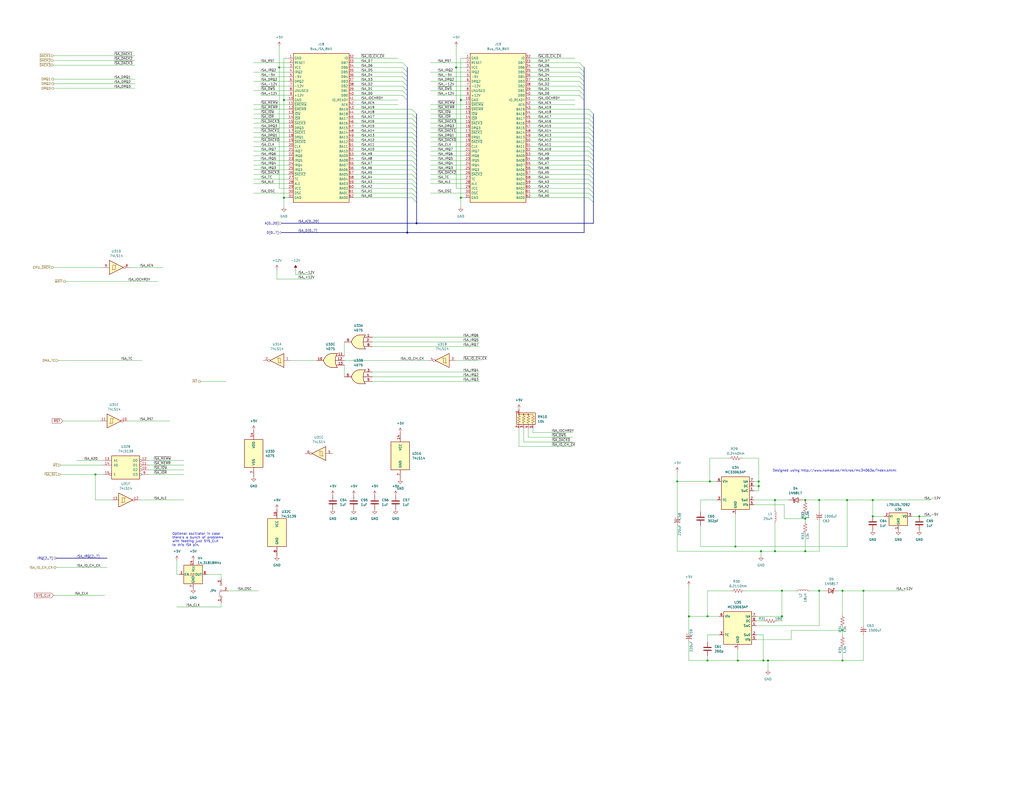
<source format=kicad_sch>
(kicad_sch (version 20230121) (generator eeschema)
  (paper "C")
  (title_block (title "Anachron ISA bus interface"))
  (junction (at 459.74 344.17))
  (junction (at 386.08 336.55))
  (junction (at 401.32 298.45))
  (junction (at 416.56 360.68))
  (junction (at 154.94 54.61))
  (junction (at 447.04 273.05))
  (junction (at 422.91 300.99))
  (junction (at 414.02 262.89))
  (junction (at 439.42 283.21))
  (junction (at 386.08 360.68))
  (junction (at 52.07 259.08))
  (junction (at 459.74 322.58))
  (junction (at 248.92 36.83))
  (junction (at 222.25 127))
  (junction (at 459.74 360.68))
  (junction (at 426.72 336.55))
  (junction (at 227.33 121.92))
  (junction (at 426.72 322.58))
  (junction (at 251.46 54.61))
  (junction (at 501.65 281.94))
  (junction (at 414.02 265.43))
  (junction (at 476.25 281.94))
  (junction (at 447.04 322.58))
  (junction (at 439.42 273.05))
  (junction (at 251.46 107.95))
  (junction (at 402.59 360.68))
  (junction (at 419.1 360.68))
  (junction (at 152.4 36.83))
  (junction (at 415.29 300.99))
  (junction (at 471.17 322.58))
  (junction (at 462.28 273.05))
  (junction (at 476.25 273.05))
  (junction (at 375.92 336.55))
  (junction (at 387.35 262.89))
  (junction (at 422.91 273.05))
  (junction (at 154.94 107.95))
  (junction (at 369.57 262.89))
  (junction (at 439.42 300.99))
  (bus_entry (at 227.33 90.17) (size -2.54 -2.54))
  (bus_entry (at 323.85 110.49) (size -2.54 -2.54))
  (bus_entry (at 318.77 49.53) (size -2.54 -2.54))
  (bus_entry (at 323.85 97.79) (size -2.54 -2.54))
  (bus_entry (at 318.77 44.45) (size -2.54 -2.54))
  (bus_entry (at 227.33 67.31) (size -2.54 -2.54))
  (bus_entry (at 227.33 92.71) (size -2.54 -2.54))
  (bus_entry (at 222.25 52.07) (size -2.54 -2.54))
  (bus_entry (at 323.85 77.47) (size -2.54 -2.54))
  (bus_entry (at 323.85 74.93) (size -2.54 -2.54))
  (bus_entry (at 222.25 44.45) (size -2.54 -2.54))
  (bus_entry (at 227.33 105.41) (size -2.54 -2.54))
  (bus_entry (at 227.33 74.93) (size -2.54 -2.54))
  (bus_entry (at 222.25 36.83) (size -2.54 -2.54))
  (bus_entry (at 227.33 80.01) (size -2.54 -2.54))
  (bus_entry (at 318.77 39.37) (size -2.54 -2.54))
  (bus_entry (at 227.33 85.09) (size -2.54 -2.54))
  (bus_entry (at 222.25 46.99) (size -2.54 -2.54))
  (bus_entry (at 227.33 107.95) (size -2.54 -2.54))
  (bus_entry (at 227.33 77.47) (size -2.54 -2.54))
  (bus_entry (at 318.77 36.83) (size -2.54 -2.54))
  (bus_entry (at 323.85 69.85) (size -2.54 -2.54))
  (bus_entry (at 227.33 87.63) (size -2.54 -2.54))
  (bus_entry (at 227.33 62.23) (size -2.54 -2.54))
  (bus_entry (at 318.77 52.07) (size -2.54 -2.54))
  (bus_entry (at 318.77 41.91) (size -2.54 -2.54))
  (bus_entry (at 227.33 72.39) (size -2.54 -2.54))
  (bus_entry (at 222.25 41.91) (size -2.54 -2.54))
  (bus_entry (at 323.85 62.23) (size -2.54 -2.54))
  (bus_entry (at 323.85 72.39) (size -2.54 -2.54))
  (bus_entry (at 227.33 100.33) (size -2.54 -2.54))
  (bus_entry (at 222.25 39.37) (size -2.54 -2.54))
  (bus_entry (at 323.85 102.87) (size -2.54 -2.54))
  (bus_entry (at 318.77 46.99) (size -2.54 -2.54))
  (bus_entry (at 323.85 64.77) (size -2.54 -2.54))
  (bus_entry (at 323.85 82.55) (size -2.54 -2.54))
  (bus_entry (at 323.85 107.95) (size -2.54 -2.54))
  (bus_entry (at 222.25 49.53) (size -2.54 -2.54))
  (bus_entry (at 227.33 95.25) (size -2.54 -2.54))
  (bus_entry (at 227.33 82.55) (size -2.54 -2.54))
  (bus_entry (at 323.85 92.71) (size -2.54 -2.54))
  (bus_entry (at 323.85 105.41) (size -2.54 -2.54))
  (bus_entry (at 323.85 80.01) (size -2.54 -2.54))
  (bus_entry (at 323.85 95.25) (size -2.54 -2.54))
  (bus_entry (at 318.77 54.61) (size -2.54 -2.54))
  (bus_entry (at 227.33 69.85) (size -2.54 -2.54))
  (bus_entry (at 227.33 64.77) (size -2.54 -2.54))
  (bus_entry (at 323.85 87.63) (size -2.54 -2.54))
  (bus_entry (at 323.85 90.17) (size -2.54 -2.54))
  (bus_entry (at 227.33 102.87) (size -2.54 -2.54))
  (bus_entry (at 323.85 67.31) (size -2.54 -2.54))
  (bus_entry (at 323.85 85.09) (size -2.54 -2.54))
  (bus_entry (at 323.85 100.33) (size -2.54 -2.54))
  (bus_entry (at 222.25 54.61) (size -2.54 -2.54))
  (bus_entry (at 227.33 97.79) (size -2.54 -2.54))
  (bus_entry (at 227.33 110.49) (size -2.54 -2.54))
  (wire (pts (xy 422.91 300.99) (xy 439.42 300.99)))
  (bus (pts (xy 318.77 127) (xy 222.25 127)))
  (bus (pts (xy 323.85 85.09) (xy 323.85 87.63)))
  (wire (pts (xy 69.85 229.87) (xy 92.71 229.87)))
  (wire (pts (xy 248.92 196.85) (xy 261.62 196.85)))
  (wire (pts (xy 154.94 107.95) (xy 154.94 113.03)))
  (bus (pts (xy 323.85 69.85) (xy 323.85 72.39)))
  (bus (pts (xy 227.33 64.77) (xy 227.33 67.31)))
  (wire (pts (xy 387.35 262.89) (xy 369.57 262.89)))
  (bus (pts (xy 318.77 41.91) (xy 318.77 44.45)))
  (bus (pts (xy 323.85 121.92) (xy 227.33 121.92)))
  (wire (pts (xy 31.75 196.85) (xy 77.47 196.85)))
  (wire (pts (xy 289.56 82.55) (xy 321.31 82.55)))
  (bus (pts (xy 222.25 46.99) (xy 222.25 49.53)))
  (wire (pts (xy 138.43 57.15) (xy 157.48 57.15)))
  (wire (pts (xy 193.04 80.01) (xy 224.79 80.01)))
  (wire (pts (xy 142.24 46.99) (xy 157.48 46.99)))
  (wire (pts (xy 406.4 322.58) (xy 426.72 322.58)))
  (wire (pts (xy 382.27 287.02) (xy 382.27 298.45)))
  (wire (pts (xy 471.17 341.63) (xy 471.17 322.58)))
  (bus (pts (xy 227.33 90.17) (xy 227.33 92.71)))
  (wire (pts (xy 41.91 251.46) (xy 55.88 251.46)))
  (wire (pts (xy 234.95 100.33) (xy 254 100.33)))
  (wire (pts (xy 412.75 346.71) (xy 416.56 346.71)))
  (bus (pts (xy 222.25 49.53) (xy 222.25 52.07)))
  (wire (pts (xy 234.95 67.31) (xy 254 67.31)))
  (wire (pts (xy 203.2 189.23) (xy 261.62 189.23)))
  (wire (pts (xy 81.28 254) (xy 100.33 254)))
  (wire (pts (xy 476.25 273.05) (xy 508 273.05)))
  (wire (pts (xy 482.6 281.94) (xy 476.25 281.94)))
  (wire (pts (xy 386.08 322.58) (xy 398.78 322.58)))
  (wire (pts (xy 462.28 273.05) (xy 476.25 273.05)))
  (bus (pts (xy 227.33 102.87) (xy 227.33 105.41)))
  (bus (pts (xy 227.33 80.01) (xy 227.33 82.55)))
  (wire (pts (xy 35.56 153.67) (xy 86.36 153.67)))
  (wire (pts (xy 29.21 33.02) (xy 73.66 33.02)))
  (bus (pts (xy 318.77 44.45) (xy 318.77 46.99)))
  (wire (pts (xy 289.56 67.31) (xy 321.31 67.31)))
  (wire (pts (xy 154.94 31.75) (xy 154.94 54.61)))
  (wire (pts (xy 459.74 354.33) (xy 459.74 360.68)))
  (wire (pts (xy 193.04 100.33) (xy 224.79 100.33)))
  (bus (pts (xy 153.67 121.92) (xy 227.33 121.92)))
  (wire (pts (xy 193.04 54.61) (xy 217.17 54.61)))
  (wire (pts (xy 289.56 87.63) (xy 321.31 87.63)))
  (wire (pts (xy 369.57 262.89) (xy 369.57 281.94)))
  (wire (pts (xy 154.94 54.61) (xy 157.48 54.61)))
  (bus (pts (xy 323.85 87.63) (xy 323.85 90.17)))
  (wire (pts (xy 427.99 283.21) (xy 427.99 275.59)))
  (wire (pts (xy 203.2 184.15) (xy 261.62 184.15)))
  (wire (pts (xy 193.04 105.41) (xy 224.79 105.41)))
  (wire (pts (xy 52.07 259.08) (xy 55.88 259.08)))
  (wire (pts (xy 289.56 49.53) (xy 316.23 49.53)))
  (wire (pts (xy 289.56 77.47) (xy 321.31 77.47)))
  (wire (pts (xy 431.8 344.17) (xy 459.74 344.17)))
  (wire (pts (xy 151.13 147.32) (xy 151.13 152.4)))
  (wire (pts (xy 193.04 77.47) (xy 224.79 77.47)))
  (wire (pts (xy 124.46 322.58) (xy 140.97 322.58)))
  (wire (pts (xy 138.43 72.39) (xy 157.48 72.39)))
  (wire (pts (xy 81.28 256.54) (xy 100.33 256.54)))
  (bus (pts (xy 153.67 127) (xy 222.25 127)))
  (wire (pts (xy 138.43 80.01) (xy 157.48 80.01)))
  (wire (pts (xy 386.08 336.55) (xy 386.08 322.58)))
  (wire (pts (xy 369.57 287.02) (xy 369.57 300.99)))
  (bus (pts (xy 323.85 67.31) (xy 323.85 69.85)))
  (wire (pts (xy 415.29 300.99) (xy 415.29 303.53)))
  (wire (pts (xy 412.75 349.25) (xy 431.8 349.25)))
  (wire (pts (xy 251.46 54.61) (xy 251.46 107.95)))
  (wire (pts (xy 427.99 275.59) (xy 411.48 275.59)))
  (wire (pts (xy 411.48 262.89) (xy 414.02 262.89)))
  (wire (pts (xy 234.95 72.39) (xy 254 72.39)))
  (bus (pts (xy 323.85 105.41) (xy 323.85 107.95)))
  (wire (pts (xy 289.56 41.91) (xy 316.23 41.91)))
  (wire (pts (xy 386.08 350.52) (xy 386.08 346.71)))
  (wire (pts (xy 76.2 273.05) (xy 100.33 273.05)))
  (wire (pts (xy 387.35 250.19) (xy 387.35 262.89)))
  (wire (pts (xy 386.08 336.55) (xy 392.43 336.55)))
  (wire (pts (xy 234.95 90.17) (xy 254 90.17)))
  (wire (pts (xy 422.91 273.05) (xy 422.91 278.13)))
  (wire (pts (xy 29.21 35.56) (xy 73.66 35.56)))
  (wire (pts (xy 138.43 92.71) (xy 157.48 92.71)))
  (wire (pts (xy 157.48 36.83) (xy 152.4 36.83)))
  (wire (pts (xy 193.04 87.63) (xy 224.79 87.63)))
  (wire (pts (xy 234.95 82.55) (xy 254 82.55)))
  (wire (pts (xy 193.04 90.17) (xy 224.79 90.17)))
  (wire (pts (xy 405.13 250.19) (xy 414.02 250.19)))
  (wire (pts (xy 138.43 97.79) (xy 157.48 97.79)))
  (wire (pts (xy 142.24 52.07) (xy 157.48 52.07)))
  (wire (pts (xy 161.29 149.86) (xy 170.18 149.86)))
  (wire (pts (xy 52.07 273.05) (xy 52.07 259.08)))
  (wire (pts (xy 391.16 273.05) (xy 382.27 273.05)))
  (wire (pts (xy 234.95 97.79) (xy 254 97.79)))
  (wire (pts (xy 193.04 74.93) (xy 224.79 74.93)))
  (wire (pts (xy 459.74 322.58) (xy 471.17 322.58)))
  (bus (pts (xy 227.33 97.79) (xy 227.33 100.33)))
  (wire (pts (xy 289.56 64.77) (xy 321.31 64.77)))
  (wire (pts (xy 414.02 250.19) (xy 414.02 262.89)))
  (bus (pts (xy 222.25 39.37) (xy 222.25 41.91)))
  (wire (pts (xy 375.92 320.04) (xy 375.92 336.55)))
  (wire (pts (xy 138.43 105.41) (xy 157.48 105.41)))
  (wire (pts (xy 234.95 64.77) (xy 254 64.77)))
  (wire (pts (xy 193.04 82.55) (xy 224.79 82.55)))
  (wire (pts (xy 193.04 95.25) (xy 224.79 95.25)))
  (bus (pts (xy 222.25 44.45) (xy 222.25 46.99)))
  (wire (pts (xy 234.95 74.93) (xy 254 74.93)))
  (bus (pts (xy 222.25 52.07) (xy 222.25 54.61)))
  (wire (pts (xy 138.43 85.09) (xy 157.48 85.09)))
  (wire (pts (xy 34.29 229.87) (xy 54.61 229.87)))
  (bus (pts (xy 227.33 105.41) (xy 227.33 107.95)))
  (wire (pts (xy 187.96 205.74) (xy 187.96 199.39)))
  (wire (pts (xy 283.21 233.68) (xy 283.21 243.84)))
  (wire (pts (xy 447.04 273.05) (xy 439.42 273.05)))
  (wire (pts (xy 422.91 273.05) (xy 430.53 273.05)))
  (wire (pts (xy 401.32 298.45) (xy 462.28 298.45)))
  (wire (pts (xy 439.42 283.21) (xy 439.42 284.48)))
  (wire (pts (xy 289.56 85.09) (xy 321.31 85.09)))
  (bus (pts (xy 227.33 72.39) (xy 227.33 74.93)))
  (wire (pts (xy 414.02 265.43) (xy 411.48 265.43)))
  (bus (pts (xy 323.85 64.77) (xy 323.85 67.31)))
  (bus (pts (xy 30.48 304.8) (xy 58.42 304.8)))
  (bus (pts (xy 318.77 36.83) (xy 318.77 39.37)))
  (bus (pts (xy 323.85 97.79) (xy 323.85 100.33)))
  (wire (pts (xy 248.92 102.87) (xy 248.92 36.83)))
  (wire (pts (xy 138.43 90.17) (xy 157.48 90.17)))
  (wire (pts (xy 161.29 147.32) (xy 161.29 149.86)))
  (wire (pts (xy 113.03 313.69) (xy 120.65 313.69)))
  (wire (pts (xy 375.92 336.55) (xy 375.92 345.44)))
  (wire (pts (xy 120.65 328.93) (xy 120.65 331.47)))
  (wire (pts (xy 193.04 92.71) (xy 224.79 92.71)))
  (wire (pts (xy 224.79 107.95) (xy 193.04 107.95)))
  (wire (pts (xy 152.4 25.4) (xy 152.4 36.83)))
  (wire (pts (xy 289.56 97.79) (xy 321.31 97.79)))
  (wire (pts (xy 447.04 279.4) (xy 447.04 273.05)))
  (wire (pts (xy 33.02 254) (xy 55.88 254)))
  (wire (pts (xy 439.42 300.99) (xy 447.04 300.99)))
  (wire (pts (xy 254 36.83) (xy 248.92 36.83)))
  (wire (pts (xy 254 31.75) (xy 251.46 31.75)))
  (wire (pts (xy 193.04 46.99) (xy 219.71 46.99)))
  (bus (pts (xy 323.85 77.47) (xy 323.85 80.01)))
  (wire (pts (xy 439.42 273.05) (xy 438.15 273.05)))
  (wire (pts (xy 289.56 59.69) (xy 321.31 59.69)))
  (wire (pts (xy 193.04 67.31) (xy 224.79 67.31)))
  (bus (pts (xy 323.85 82.55) (xy 323.85 85.09)))
  (wire (pts (xy 382.27 298.45) (xy 401.32 298.45)))
  (wire (pts (xy 431.8 349.25) (xy 431.8 344.17)))
  (wire (pts (xy 81.28 251.46) (xy 100.33 251.46)))
  (wire (pts (xy 471.17 322.58) (xy 494.03 322.58)))
  (wire (pts (xy 187.96 186.69) (xy 187.96 194.31)))
  (wire (pts (xy 471.17 346.71) (xy 471.17 360.68)))
  (wire (pts (xy 459.74 342.9) (xy 459.74 344.17)))
  (bus (pts (xy 318.77 39.37) (xy 318.77 41.91)))
  (wire (pts (xy 289.56 100.33) (xy 321.31 100.33)))
  (bus (pts (xy 227.33 110.49) (xy 227.33 107.95)))
  (wire (pts (xy 369.57 257.81) (xy 369.57 262.89)))
  (wire (pts (xy 157.48 102.87) (xy 152.4 102.87)))
  (wire (pts (xy 415.29 300.99) (xy 422.91 300.99)))
  (wire (pts (xy 375.92 350.52) (xy 375.92 360.68)))
  (wire (pts (xy 414.02 267.97) (xy 414.02 265.43)))
  (wire (pts (xy 193.04 59.69) (xy 224.79 59.69)))
  (wire (pts (xy 439.42 292.1) (xy 439.42 300.99)))
  (wire (pts (xy 412.75 336.55) (xy 426.72 336.55)))
  (wire (pts (xy 387.35 262.89) (xy 391.16 262.89)))
  (wire (pts (xy 251.46 54.61) (xy 254 54.61)))
  (bus (pts (xy 318.77 52.07) (xy 318.77 54.61)))
  (wire (pts (xy 96.52 331.47) (xy 120.65 331.47)))
  (bus (pts (xy 323.85 90.17) (xy 323.85 92.71)))
  (wire (pts (xy 138.43 64.77) (xy 157.48 64.77)))
  (wire (pts (xy 459.74 322.58) (xy 459.74 335.28)))
  (wire (pts (xy 203.2 205.74) (xy 261.62 205.74)))
  (bus (pts (xy 222.25 36.83) (xy 222.25 39.37)))
  (bus (pts (xy 227.33 110.49) (xy 227.33 121.92)))
  (wire (pts (xy 138.43 34.29) (xy 157.48 34.29)))
  (wire (pts (xy 414.02 262.89) (xy 414.02 265.43)))
  (wire (pts (xy 142.24 41.91) (xy 157.48 41.91)))
  (wire (pts (xy 29.21 325.12) (xy 57.15 325.12)))
  (bus (pts (xy 323.85 80.01) (xy 323.85 82.55)))
  (wire (pts (xy 288.29 238.76) (xy 312.42 238.76)))
  (wire (pts (xy 234.95 34.29) (xy 254 34.29)))
  (wire (pts (xy 203.2 186.69) (xy 261.62 186.69)))
  (wire (pts (xy 29.21 43.18) (xy 73.66 43.18)))
  (wire (pts (xy 29.21 30.48) (xy 73.66 30.48)))
  (wire (pts (xy 120.65 316.23) (xy 120.65 313.69)))
  (wire (pts (xy 154.94 54.61) (xy 154.94 107.95)))
  (wire (pts (xy 138.43 77.47) (xy 157.48 77.47)))
  (wire (pts (xy 234.95 95.25) (xy 254 95.25)))
  (wire (pts (xy 234.95 80.01) (xy 254 80.01)))
  (wire (pts (xy 154.94 107.95) (xy 157.48 107.95)))
  (wire (pts (xy 203.2 208.28) (xy 261.62 208.28)))
  (wire (pts (xy 416.56 360.68) (xy 419.1 360.68)))
  (wire (pts (xy 158.75 196.85) (xy 172.72 196.85)))
  (wire (pts (xy 193.04 57.15) (xy 217.17 57.15)))
  (wire (pts (xy 193.04 31.75) (xy 217.17 31.75)))
  (wire (pts (xy 386.08 346.71) (xy 392.43 346.71)))
  (wire (pts (xy 289.56 44.45) (xy 316.23 44.45)))
  (bus (pts (xy 323.85 102.87) (xy 323.85 105.41)))
  (wire (pts (xy 193.04 97.79) (xy 224.79 97.79)))
  (wire (pts (xy 289.56 36.83) (xy 316.23 36.83)))
  (wire (pts (xy 290.83 236.22) (xy 312.42 236.22)))
  (wire (pts (xy 426.72 339.09) (xy 424.18 339.09)))
  (wire (pts (xy 234.95 69.85) (xy 254 69.85)))
  (wire (pts (xy 60.96 273.05) (xy 52.07 273.05)))
  (wire (pts (xy 251.46 107.95) (xy 251.46 113.03)))
  (wire (pts (xy 151.13 152.4) (xy 170.18 152.4)))
  (wire (pts (xy 422.91 285.75) (xy 422.91 300.99)))
  (bus (pts (xy 323.85 62.23) (xy 323.85 64.77)))
  (bus (pts (xy 318.77 46.99) (xy 318.77 49.53)))
  (wire (pts (xy 96.52 306.07) (xy 96.52 313.69)))
  (bus (pts (xy 227.33 85.09) (xy 227.33 87.63)))
  (wire (pts (xy 411.48 273.05) (xy 422.91 273.05)))
  (wire (pts (xy 439.42 280.67) (xy 439.42 283.21)))
  (wire (pts (xy 289.56 46.99) (xy 316.23 46.99)))
  (wire (pts (xy 382.27 273.05) (xy 382.27 279.4)))
  (bus (pts (xy 323.85 72.39) (xy 323.85 74.93)))
  (wire (pts (xy 193.04 41.91) (xy 219.71 41.91)))
  (wire (pts (xy 138.43 49.53) (xy 157.48 49.53)))
  (wire (pts (xy 288.29 233.68) (xy 288.29 238.76)))
  (bus (pts (xy 227.33 74.93) (xy 227.33 77.47)))
  (wire (pts (xy 30.48 309.88) (xy 58.42 309.88)))
  (wire (pts (xy 138.43 95.25) (xy 157.48 95.25)))
  (wire (pts (xy 459.74 322.58) (xy 457.2 322.58)))
  (bus (pts (xy 323.85 110.49) (xy 323.85 121.92)))
  (bus (pts (xy 227.33 87.63) (xy 227.33 90.17)))
  (wire (pts (xy 234.95 92.71) (xy 254 92.71)))
  (wire (pts (xy 193.04 34.29) (xy 219.71 34.29)))
  (wire (pts (xy 501.65 281.94) (xy 508 281.94)))
  (bus (pts (xy 318.77 54.61) (xy 318.77 127)))
  (wire (pts (xy 29.21 48.26) (xy 73.66 48.26)))
  (bus (pts (xy 227.33 92.71) (xy 227.33 95.25)))
  (wire (pts (xy 254 102.87) (xy 248.92 102.87)))
  (wire (pts (xy 426.72 336.55) (xy 426.72 339.09)))
  (wire (pts (xy 193.04 64.77) (xy 224.79 64.77)))
  (wire (pts (xy 234.95 57.15) (xy 254 57.15)))
  (wire (pts (xy 289.56 62.23) (xy 321.31 62.23)))
  (wire (pts (xy 285.75 241.3) (xy 312.42 241.3)))
  (wire (pts (xy 152.4 102.87) (xy 152.4 36.83)))
  (wire (pts (xy 234.95 44.45) (xy 254 44.45)))
  (wire (pts (xy 289.56 52.07) (xy 316.23 52.07)))
  (wire (pts (xy 397.51 250.19) (xy 387.35 250.19)))
  (wire (pts (xy 375.92 336.55) (xy 386.08 336.55)))
  (wire (pts (xy 289.56 92.71) (xy 321.31 92.71)))
  (wire (pts (xy 289.56 34.29) (xy 316.23 34.29)))
  (bus (pts (xy 227.33 67.31) (xy 227.33 69.85)))
  (wire (pts (xy 138.43 87.63) (xy 157.48 87.63)))
  (wire (pts (xy 375.92 360.68) (xy 386.08 360.68)))
  (wire (pts (xy 289.56 31.75) (xy 313.69 31.75)))
  (wire (pts (xy 289.56 57.15) (xy 313.69 57.15)))
  (wire (pts (xy 234.95 49.53) (xy 254 49.53)))
  (wire (pts (xy 416.56 346.71) (xy 416.56 360.68)))
  (wire (pts (xy 476.25 273.05) (xy 476.25 281.94)))
  (wire (pts (xy 138.43 44.45) (xy 157.48 44.45)))
  (wire (pts (xy 71.12 146.05) (xy 88.9 146.05)))
  (wire (pts (xy 411.48 267.97) (xy 414.02 267.97)))
  (bus (pts (xy 318.77 49.53) (xy 318.77 52.07)))
  (wire (pts (xy 97.79 313.69) (xy 96.52 313.69)))
  (wire (pts (xy 234.95 105.41) (xy 254 105.41)))
  (bus (pts (xy 323.85 95.25) (xy 323.85 97.79)))
  (wire (pts (xy 289.56 69.85) (xy 321.31 69.85)))
  (bus (pts (xy 222.25 41.91) (xy 222.25 44.45)))
  (bus (pts (xy 323.85 110.49) (xy 323.85 107.95)))
  (wire (pts (xy 462.28 273.05) (xy 462.28 298.45)))
  (wire (pts (xy 285.75 233.68) (xy 285.75 241.3)))
  (wire (pts (xy 251.46 31.75) (xy 251.46 54.61)))
  (wire (pts (xy 234.95 62.23) (xy 254 62.23)))
  (wire (pts (xy 289.56 74.93) (xy 321.31 74.93)))
  (wire (pts (xy 238.76 52.07) (xy 254 52.07)))
  (wire (pts (xy 289.56 95.25) (xy 321.31 95.25)))
  (wire (pts (xy 289.56 102.87) (xy 321.31 102.87)))
  (wire (pts (xy 234.95 85.09) (xy 254 85.09)))
  (wire (pts (xy 290.83 233.68) (xy 290.83 236.22)))
  (wire (pts (xy 138.43 67.31) (xy 157.48 67.31)))
  (bus (pts (xy 227.33 62.23) (xy 227.33 64.77)))
  (wire (pts (xy 193.04 39.37) (xy 219.71 39.37)))
  (bus (pts (xy 227.33 69.85) (xy 227.33 72.39)))
  (wire (pts (xy 401.32 280.67) (xy 401.32 298.45)))
  (bus (pts (xy 323.85 100.33) (xy 323.85 102.87)))
  (wire (pts (xy 289.56 39.37) (xy 316.23 39.37)))
  (wire (pts (xy 459.74 344.17) (xy 459.74 346.71)))
  (wire (pts (xy 138.43 100.33) (xy 157.48 100.33)))
  (wire (pts (xy 251.46 107.95) (xy 254 107.95)))
  (wire (pts (xy 289.56 72.39) (xy 321.31 72.39)))
  (wire (pts (xy 234.95 87.63) (xy 254 87.63)))
  (wire (pts (xy 439.42 283.21) (xy 427.99 283.21)))
  (wire (pts (xy 321.31 107.95) (xy 289.56 107.95)))
  (wire (pts (xy 234.95 59.69) (xy 254 59.69)))
  (wire (pts (xy 447.04 284.48) (xy 447.04 300.99)))
  (wire (pts (xy 419.1 360.68) (xy 459.74 360.68)))
  (wire (pts (xy 248.92 25.4) (xy 248.92 36.83)))
  (wire (pts (xy 187.96 196.85) (xy 233.68 196.85)))
  (wire (pts (xy 193.04 72.39) (xy 224.79 72.39)))
  (wire (pts (xy 138.43 39.37) (xy 157.48 39.37)))
  (bus (pts (xy 323.85 92.71) (xy 323.85 95.25)))
  (wire (pts (xy 193.04 62.23) (xy 224.79 62.23)))
  (wire (pts (xy 193.04 36.83) (xy 219.71 36.83)))
  (wire (pts (xy 234.95 39.37) (xy 254 39.37)))
  (wire (pts (xy 138.43 62.23) (xy 157.48 62.23)))
  (wire (pts (xy 138.43 74.93) (xy 157.48 74.93)))
  (bus (pts (xy 323.85 74.93) (xy 323.85 77.47)))
  (wire (pts (xy 459.74 360.68) (xy 471.17 360.68)))
  (bus (pts (xy 227.33 82.55) (xy 227.33 85.09)))
  (wire (pts (xy 412.75 339.09) (xy 416.56 339.09)))
  (wire (pts (xy 109.22 208.28) (xy 123.19 208.28)))
  (wire (pts (xy 193.04 44.45) (xy 219.71 44.45)))
  (wire (pts (xy 426.72 322.58) (xy 434.34 322.58)))
  (bus (pts (xy 227.33 77.47) (xy 227.33 80.01)))
  (wire (pts (xy 193.04 102.87) (xy 224.79 102.87)))
  (wire (pts (xy 238.76 41.91) (xy 254 41.91)))
  (wire (pts (xy 416.56 360.68) (xy 402.59 360.68)))
  (wire (pts (xy 426.72 322.58) (xy 426.72 336.55)))
  (wire (pts (xy 193.04 85.09) (xy 224.79 85.09)))
  (wire (pts (xy 29.21 146.05) (xy 55.88 146.05)))
  (wire (pts (xy 447.04 322.58) (xy 449.58 322.58)))
  (wire (pts (xy 289.56 105.41) (xy 321.31 105.41)))
  (wire (pts (xy 138.43 82.55) (xy 157.48 82.55)))
  (wire (pts (xy 193.04 52.07) (xy 219.71 52.07)))
  (wire (pts (xy 386.08 358.14) (xy 386.08 360.68)))
  (wire (pts (xy 157.48 31.75) (xy 154.94 31.75)))
  (wire (pts (xy 386.08 360.68) (xy 402.59 360.68)))
  (wire (pts (xy 193.04 49.53) (xy 219.71 49.53)))
  (wire (pts (xy 441.96 322.58) (xy 447.04 322.58)))
  (wire (pts (xy 369.57 300.99) (xy 415.29 300.99)))
  (wire (pts (xy 447.04 273.05) (xy 462.28 273.05)))
  (wire (pts (xy 234.95 77.47) (xy 254 77.47)))
  (bus (pts (xy 227.33 95.25) (xy 227.33 97.79)))
  (wire (pts (xy 29.21 45.72) (xy 73.66 45.72)))
  (wire (pts (xy 203.2 203.2) (xy 261.62 203.2)))
  (wire (pts (xy 289.56 80.01) (xy 321.31 80.01)))
  (bus (pts (xy 227.33 100.33) (xy 227.33 102.87)))
  (wire (pts (xy 81.28 259.08) (xy 100.33 259.08)))
  (wire (pts (xy 497.84 281.94) (xy 501.65 281.94)))
  (wire (pts (xy 447.04 322.58) (xy 447.04 341.63)))
  (wire (pts (xy 138.43 69.85) (xy 157.48 69.85)))
  (wire (pts (xy 138.43 59.69) (xy 157.48 59.69)))
  (wire (pts (xy 33.02 259.08) (xy 52.07 259.08)))
  (wire (pts (xy 447.04 341.63) (xy 412.75 341.63)))
  (wire (pts (xy 283.21 243.84) (xy 312.42 243.84)))
  (wire (pts (xy 193.04 69.85) (xy 224.79 69.85)))
  (wire (pts (xy 289.56 54.61) (xy 313.69 54.61)))
  (wire (pts (xy 289.56 90.17) (xy 321.31 90.17)))
  (wire (pts (xy 419.1 365.76) (xy 419.1 360.68)))
  (wire (pts (xy 402.59 360.68) (xy 402.59 354.33)))
  (wire (pts (xy 238.76 46.99) (xy 254 46.99)))
  (bus (pts (xy 222.25 54.61) (xy 222.25 127)))
  (text "Designed using http://www.nomad.ee/micros/mc34063a/index.shtml" (at 421.64 257.81 0) (effects (font (size 1.27 1.27)) (justify left bottom)))
  (text "Optional oscillator in case\nthere's a bunch of problems\nwith feeding just SYS_CLK\nto this ISA pin." (at 93.98 298.45 0) (effects (font (size 1.27 1.27)) (justify left bottom)))
  (label "ISA_A[0..20]" (at 162.56 121.92 0))
  (label "~{ISA_DACK1}" (at 238.76 72.39 0))
  (label "ISA_D1" (at 196.85 49.53 0))
  (label "ISA_-12V" (at 162.56 149.86 0))
  (label "~{ISA_DACK0}" (at 238.76 77.47 0))
  (label "ISA_OSC" (at 238.76 105.41 0))
  (label "ISA_DRQ3" (at 62.23 48.26 0))
  (label "~{ISA_IO_CH_CK}" (at 196.85 31.75 0))
  (label "ISA_A19" (at 293.37 59.69 0))
  (label "ISA_IRQ6" (at 238.76 85.09 0))
  (label "~{ISA_IOR}" (at 83.82 259.08 0))
  (label "~{ISA_IOR}" (at 142.24 64.77 0))
  (label "ISA_A11" (at 293.37 80.01 0))
  (label "ISA_IRQ5" (at 142.24 87.63 0))
  (label "ISA_A14" (at 196.85 72.39 0))
  (label "ISA_A2" (at 293.37 102.87 0))
  (label "~{ISA_MEMR}" (at 238.76 59.69 0))
  (label "ISA_IRQ5" (at 252.73 186.69 0))
  (label "ISA_A17" (at 293.37 64.77 0))
  (label "ISA_A8" (at 293.37 87.63 0))
  (label "ISA_A15" (at 293.37 69.85 0))
  (label "ISA_A3" (at 196.85 100.33 0))
  (label "~{ISA_IOW}" (at 83.82 256.54 0))
  (label "ISA_IRQ3" (at 252.73 208.28 0))
  (label "ISA_-12V" (at 238.76 46.99 0))
  (label "~{ISA_0WS}" (at 238.76 49.53 0))
  (label "ISA_A5" (at 196.85 95.25 0))
  (label "ISA_-5V" (at 504.19 281.94 0))
  (label "ISA_A1" (at 293.37 105.41 0))
  (label "ISA_+12V" (at 238.76 52.07 0))
  (label "ISA_A4" (at 196.85 97.79 0))
  (label "~{ISA_DACK3}" (at 62.23 35.56 0))
  (label "ISA_A0" (at 293.37 107.95 0))
  (label "ISA_D5" (at 293.37 39.37 0))
  (label "ISA_D6" (at 293.37 36.83 0))
  (label "ISA_IOCHRDY" (at 69.85 153.67 0))
  (label "ISA_ALE" (at 142.24 100.33 0))
  (label "ISA_A17" (at 196.85 64.77 0))
  (label "ISA_CLK" (at 142.24 80.01 0))
  (label "ISA_AEN" (at 196.85 57.15 0))
  (label "ISA_D0" (at 196.85 52.07 0))
  (label "ISA_A1" (at 196.85 105.41 0))
  (label "ISA_DRQ2" (at 238.76 44.45 0))
  (label "ISA_IO_CH_CK" (at 41.91 309.88 0))
  (label "ISA_-12V" (at 504.19 273.05 0))
  (label "ISA_A15" (at 196.85 69.85 0))
  (label "~{ISA_IOR}" (at 238.76 64.77 0))
  (label "ISA_A9" (at 293.37 85.09 0))
  (label "ISA_IRQ7" (at 252.73 189.23 0))
  (label "ISA_D[0..7]" (at 162.56 127 0))
  (label "ISA_IRQ4" (at 252.73 203.2 0))
  (label "ISA_A20" (at 45.72 251.46 0))
  (label "ISA_IRQ6" (at 252.73 184.15 0))
  (label "ISA_D1" (at 293.37 49.53 0))
  (label "ISA_A8" (at 196.85 87.63 0))
  (label "ISA_D5" (at 196.85 39.37 0))
  (label "ISA_CLK" (at 101.6 331.47 0))
  (label "~{ISA_DACK2}" (at 238.76 95.25 0))
  (label "ISA_DRQ1" (at 62.23 43.18 0))
  (label "ISA_IOCHRDY" (at 300.99 236.22 0))
  (label "ISA_ALE" (at 83.82 273.05 0))
  (label "ISA_IRQ4" (at 238.76 90.17 0))
  (label "ISA_+12V" (at 142.24 52.07 0))
  (label "ISA_DRQ3" (at 238.76 69.85 0))
  (label "ISA_+12V" (at 162.56 152.4 0))
  (label "~{ISA_DACK2}" (at 62.23 33.02 0))
  (label "ISA_A13" (at 293.37 74.93 0))
  (label "~{ISA_IO_CH_CK}" (at 300.99 243.84 0))
  (label "ISA_IRQ2" (at 252.73 205.74 0))
  (label "ISA_IO_CH_CK" (at 218.44 196.85 0))
  (label "~{ISA_0WS}" (at 300.99 238.76 0))
  (label "ISA_A18" (at 196.85 62.23 0))
  (label "~{ISA_DACK0}" (at 300.99 241.3 0))
  (label "~{ISA_DACK1}" (at 62.23 30.48 0))
  (label "~{ISA_0WS}" (at 142.24 49.53 0))
  (label "ISA_AEN" (at 76.2 146.05 0))
  (label "ISA_IRQ3" (at 238.76 92.71 0))
  (label "ISA_A9" (at 196.85 85.09 0))
  (label "ISA_A10" (at 196.85 82.55 0))
  (label "ISA_D3" (at 196.85 44.45 0))
  (label "~{ISA_IOW}" (at 142.24 62.23 0))
  (label "~{ISA_DACK3}" (at 238.76 67.31 0))
  (label "ISA_IOCHRDY" (at 196.85 54.61 0))
  (label "ISA_TC" (at 66.04 196.85 0))
  (label "ISA_DRQ2" (at 62.23 45.72 0))
  (label "ISA_DRQ2" (at 142.24 44.45 0))
  (label "~{ISA_MEMW}" (at 83.82 251.46 0))
  (label "ISA_+12V" (at 488.95 322.58 0))
  (label "~{ISA_DACK3}" (at 142.24 67.31 0))
  (label "ISA_IRQ7" (at 238.76 82.55 0))
  (label "ISA_A5" (at 293.37 95.25 0))
  (label "ISA_A19" (at 196.85 59.69 0))
  (label "ISA_DRQ1" (at 142.24 74.93 0))
  (label "ISA_IRQ7" (at 142.24 82.55 0))
  (label "ISA_RST" (at 142.24 34.29 0))
  (label "ISA_IRQ2" (at 238.76 39.37 0))
  (label "ISA_A18" (at 293.37 62.23 0))
  (label "~{ISA_MEMR}" (at 142.24 59.69 0))
  (label "~{ISA_MEMW}" (at 142.24 57.15 0))
  (label "ISA_CLK" (at 238.76 80.01 0))
  (label "ISA_-5V" (at 238.76 41.91 0))
  (label "~{ISA_IO_CH_CK}" (at 252.73 196.85 0))
  (label "ISA_A12" (at 196.85 77.47 0))
  (label "~{ISA_DACK1}" (at 142.24 72.39 0))
  (label "ISA_OSC" (at 129.54 322.58 0))
  (label "ISA_IRQ4" (at 142.24 90.17 0))
  (label "ISA_A0" (at 196.85 107.95 0))
  (label "ISA_D3" (at 293.37 44.45 0))
  (label "ISA_AEN" (at 293.37 57.15 0))
  (label "ISA_TC" (at 142.24 97.79 0))
  (label "ISA_A4" (at 293.37 97.79 0))
  (label "ISA_A7" (at 293.37 90.17 0))
  (label "ISA_D4" (at 293.37 41.91 0))
  (label "ISA_TC" (at 238.76 97.79 0))
  (label "ISA_OSC" (at 142.24 105.41 0))
  (label "ISA_DRQ1" (at 238.76 74.93 0))
  (label "ISA_D2" (at 196.85 46.99 0))
  (label "ISA_A14" (at 293.37 72.39 0))
  (label "ISA_A6" (at 293.37 92.71 0))
  (label "~{ISA_MEMR}" (at 83.82 254 0))
  (label "~{ISA_IOW}" (at 238.76 62.23 0))
  (label "ISA_A10" (at 293.37 82.55 0))
  (label "ISA_IRQ6" (at 142.24 85.09 0))
  (label "ISA_IRQ3" (at 142.24 92.71 0))
  (label "ISA_A16" (at 293.37 67.31 0))
  (label "ISA_RST" (at 238.76 34.29 0))
  (label "ISA_A3" (at 293.37 100.33 0))
  (label "ISA_D7" (at 293.37 34.29 0))
  (label "ISA_D7" (at 196.85 34.29 0))
  (label "ISA_IRQ2" (at 142.24 39.37 0))
  (label "ISA_-5V" (at 142.24 41.91 0))
  (label "~{ISA_IO_CH_CK}" (at 293.37 31.75 0))
  (label "ISA_A11" (at 196.85 80.01 0))
  (label "ISA_CLK" (at 40.64 325.12 0))
  (label "~{ISA_MEMW}" (at 238.76 57.15 0))
  (label "ISA_DRQ3" (at 142.24 69.85 0))
  (label "ISA_A16" (at 196.85 67.31 0))
  (label "ISA_D4" (at 196.85 41.91 0))
  (label "ISA_IOCHRDY" (at 293.37 54.61 0))
  (label "ISA_D6" (at 196.85 36.83 0))
  (label "~{ISA_DACK0}" (at 142.24 77.47 0))
  (label "ISA_A6" (at 196.85 92.71 0))
  (label "ISA_IRQ[2..7]" (at 41.91 304.8 0))
  (label "ISA_A12" (at 293.37 77.47 0))
  (label "ISA_ALE" (at 238.76 100.33 0))
  (label "~{ISA_DACK2}" (at 142.24 95.25 0))
  (label "ISA_-12V" (at 142.24 46.99 0))
  (label "ISA_D0" (at 293.37 52.07 0))
  (label "ISA_RST" (at 76.2 229.87 0))
  (label "ISA_IRQ5" (at 238.76 87.63 0))
  (label "ISA_A7" (at 196.85 90.17 0))
  (label "ISA_A2" (at 196.85 102.87 0))
  (label "ISA_D2" (at 293.37 46.99 0))
  (label "ISA_A13" (at 196.85 74.93 0))
  (global_label "SYS_CLK" (shape input) (at 29.21 325.12 180) (property "Intersheetrefs" "${INTERSHEET_REFS}" (effects hide)))
  (global_label "~{RST}" (shape input) (at 34.29 229.87 180) (property "Intersheetrefs" "${INTERSHEET_REFS}" (effects hide)))
  (hierarchical_label "CPU_~{DACK}" (shape input) (at 29.21 146.05 180))
  (hierarchical_label "A[0..20]" (shape input) (at 153.67 121.92 180))
  (hierarchical_label "DRQ3" (shape output) (at 29.21 48.26 180))
  (hierarchical_label "~{INT}" (shape output) (at 109.22 208.28 180))
  (hierarchical_label "~{DACK1}" (shape input) (at 29.21 30.48 180))
  (hierarchical_label "~{DACK3}" (shape input) (at 29.21 35.56 180))
  (hierarchical_label "DMA_TC" (shape input) (at 31.75 196.85 180))
  (hierarchical_label "~{DACK2}" (shape input) (at 29.21 33.02 180))
  (hierarchical_label "~{WE}" (shape input) (at 33.02 254 180))
  (hierarchical_label "DRQ1" (shape output) (at 29.21 43.18 180))
  (hierarchical_label "IRQ[2..7]" (shape output) (at 30.48 304.8 180))
  (hierarchical_label "DRQ2" (shape output) (at 29.21 45.72 180))
  (hierarchical_label "~{ISA_SEL}" (shape input) (at 33.02 259.08 180))
  (hierarchical_label "D[0..7]" (shape bidirectional) (at 153.67 127 180))
  (hierarchical_label "~{WAIT}" (shape output) (at 35.56 153.67 180))
  (hierarchical_label "ISA_IO_CH_CK" (shape output) (at 30.48 309.88 180))
  (symbol (lib_id "power:+5V") (at 181.61 270.51 0) (unit 1)
    (property "Reference" "#PWR0228" (effects hide))
    (property "Value" "+5V" (at 181.61 265.43 0))
  )
  (symbol (lib_id "Device:C") (at 193.04 274.32 0) (unit 1)
    (property "Reference" "C55" (at 196.85 273.05 0) (effects (justify left)))
    (property "Value" "1uF" (at 196.85 275.59 0) (effects (justify left)))
    (property "Footprint" "Capacitor_THT:C_Disc_D4.7mm_W2.5mm_P5.00mm" (effects hide))
    (property "mpf#" "FG28X5R1H105KRT06" (effects hide))
  )
  (symbol (lib_id "Device:R_US") (at 420.37 339.09 90) (unit 1)
    (property "Reference" "R31" (at 417.83 337.82 90) (effects (justify left)))
    (property "Value" "180" (at 426.72 337.82 90) (effects (justify left)))
    (property "Footprint" "Resistor_THT:R_Axial_DIN0204_L3.6mm_D1.6mm_P5.08mm_Horizontal" (effects hide))
  )
  (symbol (lib_id "power:+5V") (at 138.43 234.95 0) (unit 1)
    (property "Reference" "#PWR0220" (effects hide))
    (property "Value" "+5V" (at 138.43 229.87 0))
  )
  (symbol (lib_id "4xxx:4075") (at 195.58 186.69 0) (mirror y) (unit 1)
    (property "Reference" "U33" (at 195.58 177.8 0))
    (property "Value" "4075" (at 195.58 180.34 0))
    (property "Footprint" "Package_DIP:DIP-14_W7.62mm_LongPads" (effects hide))
    (property "Datasheet" "http://www.intersil.com/content/dam/Intersil/documents/cd40/cd4071bms-72bms-75bms.pdf" (effects hide))
  )
  (symbol (lib_id "Device:C") (at 386.08 354.33 0) (unit 1)
    (property "Reference" "C61" (at 389.89 353.06 0) (effects (justify left)))
    (property "Value" "260p" (at 389.89 355.6 0) (effects (justify left)))
    (property "Footprint" "Capacitor_THT:C_Disc_D4.7mm_W2.5mm_P5.00mm" (effects hide))
    (property "mpf#" "FG28X5R1H105KRT06" (effects hide))
  )
  (symbol (lib_id "4xxx:4075") (at 138.43 247.65 0) (mirror y) (unit 4)
    (property "Reference" "U33" (at 144.78 246.38 0) (effects (justify right)))
    (property "Value" "4075" (at 144.78 248.92 0) (effects (justify right)))
    (property "Footprint" "Package_DIP:DIP-14_W7.62mm_LongPads" (effects hide))
    (property "Datasheet" "http://www.intersil.com/content/dam/Intersil/documents/cd40/cd4071bms-72bms-75bms.pdf" (effects hide))
  )
  (symbol (lib_id "power:GND") (at 419.1 365.76 0) (unit 1)
    (property "Reference" "#PWR0244" (effects hide))
    (property "Value" "GND" (at 419.1 370.84 0))
  )
  (symbol (lib_id "power:GND") (at 415.29 303.53 0) (unit 1)
    (property "Reference" "#PWR0243" (effects hide))
    (property "Value" "GND" (at 415.29 308.61 0))
  )
  (symbol (lib_id "Device:R_US") (at 401.32 250.19 90) (unit 1)
    (property "Reference" "R29" (at 402.59 245.11 90) (effects (justify left)))
    (property "Value" "0.244Ohm" (at 406.4 247.65 90) (effects (justify left)))
    (property "Footprint" "Resistor_THT:R_Axial_DIN0204_L3.6mm_D1.6mm_P5.08mm_Horizontal" (effects hide))
  )
  (symbol (lib_id "74xx:74LS139") (at 151.13 290.83 0) (unit 3)
    (property "Reference" "U32" (at 156.21 279.4 0))
    (property "Value" "74LS139" (at 157.48 281.94 0))
    (property "Footprint" "Package_DIP:DIP-16_W7.62mm_LongPads" (effects hide))
    (property "Datasheet" "http://www.ti.com/lit/ds/symlink/sn74ls139a.pdf" (effects hide))
  )
  (symbol (lib_id "power:+5V") (at 215.9 270.51 0) (unit 1)
    (property "Reference" "#PWR0234" (effects hide))
    (property "Value" "+5V" (at 215.9 265.43 0))
  )
  (symbol (lib_id "power:GND") (at 476.25 289.56 0) (unit 1)
    (property "Reference" "#PWR0245" (effects hide))
    (property "Value" "GND" (at 476.25 294.64 0))
  )
  (symbol (lib_id "Device:R_US") (at 402.59 322.58 90) (unit 1)
    (property "Reference" "R30" (at 403.86 317.5 90) (effects (justify left)))
    (property "Value" "0.211Ohm" (at 407.67 320.04 90) (effects (justify left)))
    (property "Footprint" "Resistor_THT:R_Axial_DIN0204_L3.6mm_D1.6mm_P5.08mm_Horizontal" (effects hide))
  )
  (symbol (lib_id "Device:R_US") (at 439.42 276.86 0) (unit 1)
    (property "Reference" "R32" (at 438.15 283.21 90) (effects (justify left)))
    (property "Value" "1.5k" (at 440.69 283.21 90) (effects (justify left)))
    (property "Footprint" "Resistor_THT:R_Axial_DIN0204_L3.6mm_D1.6mm_P5.08mm_Horizontal" (effects hide))
  )
  (symbol (lib_id "power:GND") (at 138.43 260.35 0) (unit 1)
    (property "Reference" "#PWR0221" (effects hide))
    (property "Value" "GND" (at 138.43 265.43 0))
  )
  (symbol (lib_id "Device:C") (at 501.65 285.75 0) (unit 1)
    (property "Reference" "C65" (at 505.46 284.48 0) (effects (justify left)))
    (property "Value" "1uF" (at 505.46 287.02 0) (effects (justify left)))
    (property "Footprint" "Capacitor_THT:C_Disc_D4.7mm_W2.5mm_P5.00mm" (effects hide))
    (property "mpf#" "FG28X5R1H105KRT06" (effects hide))
  )
  (symbol (lib_id "power:+5V") (at 105.41 306.07 0) (mirror y) (unit 1)
    (property "Reference" "#PWR0218" (effects hide))
    (property "Value" "+5V" (at 105.41 300.99 0))
  )
  (symbol (lib_id "power:+5V") (at 193.04 270.51 0) (unit 1)
    (property "Reference" "#PWR0230" (effects hide))
    (property "Value" "+5V" (at 193.04 265.43 0))
  )
  (symbol (lib_id "power:+5V") (at 204.47 270.51 0) (unit 1)
    (property "Reference" "#PWR0232" (effects hide))
    (property "Value" "+5V" (at 204.47 265.43 0))
  )
  (symbol (lib_id "Device:C") (at 204.47 274.32 0) (unit 1)
    (property "Reference" "C56" (at 208.28 273.05 0) (effects (justify left)))
    (property "Value" "1uF" (at 208.28 275.59 0) (effects (justify left)))
    (property "Footprint" "Capacitor_THT:C_Disc_D4.7mm_W2.5mm_P5.00mm" (effects hide))
    (property "mpf#" "FG28X5R1H105KRT06" (effects hide))
  )
  (symbol (lib_id "Device:C") (at 181.61 274.32 0) (unit 1)
    (property "Reference" "C54" (at 185.42 273.05 0) (effects (justify left)))
    (property "Value" "1uF" (at 185.42 275.59 0) (effects (justify left)))
    (property "Footprint" "Capacitor_THT:C_Disc_D4.7mm_W2.5mm_P5.00mm" (effects hide))
    (property "mpf#" "FG28X5R1H105KRT06" (effects hide))
  )
  (symbol (lib_id "power:-12V") (at 161.29 147.32 0) (unit 1)
    (property "Reference" "#PWR0227" (effects hide))
    (property "Value" "-12V" (at 161.29 142.24 0))
  )
  (symbol (lib_id "power:+12V") (at 151.13 147.32 0) (unit 1)
    (property "Reference" "#PWR0222" (effects hide))
    (property "Value" "+12V" (at 151.13 142.24 0))
  )
  (symbol (lib_id "74xx:74LS14") (at 68.58 273.05 0) (unit 6)
    (property "Reference" "U31" (at 68.58 264.16 0))
    (property "Value" "74LS14" (at 68.58 266.7 0))
    (property "Footprint" "Package_DIP:DIP-14_W7.62mm_LongPads" (effects hide))
    (property "Datasheet" "http://www.ti.com/lit/gpn/sn74LS14" (effects hide))
  )
  (symbol (lib_id "Device:C_Polarized_Small_US") (at 447.04 281.94 0) (mirror x) (unit 1)
    (property "Reference" "C62" (at 450.85 284.48 0))
    (property "Value" "1000uF" (at 453.39 281.94 0))
    (property "Footprint" "Capacitor_THT:CP_Radial_D10.0mm_P5.00mm" (effects hide))
  )
  (symbol (lib_id "Regulator_Linear:L79L05_TO92") (at 490.22 281.94 0) (mirror x) (unit 1)
    (property "Reference" "U36" (at 490.22 278.13 0))
    (property "Value" "L79L05_TO92" (at 490.22 275.59 0))
    (property "Footprint" "Package_TO_SOT_THT:TO-92_Inline" (effects hide))
    (property "Datasheet" "http://www.farnell.com/datasheets/1827870.pdf" (effects hide))
  )
  (symbol (lib_id "power:GND") (at 215.9 278.13 0) (unit 1)
    (property "Reference" "#PWR0235" (effects hide))
    (property "Value" "GND" (at 215.9 283.21 0))
  )
  (symbol (lib_id "power:GND") (at 151.13 303.53 0) (unit 1)
    (property "Reference" "#PWR0224" (effects hide))
    (property "Value" "GND" (at 151.13 308.61 0))
  )
  (symbol (lib_id "power:GND") (at 501.65 289.56 0) (unit 1)
    (property "Reference" "#PWR0247" (effects hide))
    (property "Value" "GND" (at 501.65 294.64 0))
  )
  (symbol (lib_id "power:GND") (at 105.41 321.31 0) (mirror y) (unit 1)
    (property "Reference" "#PWR0219" (effects hide))
    (property "Value" "GND" (at 105.41 326.39 0))
  )
  (symbol (lib_id "Device:R_US") (at 459.74 339.09 0) (unit 1)
    (property "Reference" "R34" (at 458.47 345.44 90) (effects (justify left)))
    (property "Value" "13k" (at 461.01 345.44 90) (effects (justify left)))
    (property "Footprint" "Resistor_THT:R_Axial_DIN0204_L3.6mm_D1.6mm_P5.08mm_Horizontal" (effects hide))
  )
  (symbol (lib_id "power:GND") (at 204.47 278.13 0) (unit 1)
    (property "Reference" "#PWR0233" (effects hide))
    (property "Value" "GND" (at 204.47 283.21 0))
  )
  (symbol (lib_id "power:+5V") (at 248.92 25.4 0) (unit 1)
    (property "Reference" "#PWR0238" (effects hide))
    (property "Value" "+5V" (at 248.92 20.32 0))
  )
  (symbol (lib_id "power:+5V") (at 283.21 223.52 0) (unit 1)
    (property "Reference" "#PWR0240" (effects hide))
    (property "Value" "+5V" (at 283.21 218.44 0))
  )
  (symbol (lib_id "Regulator_Switching:MC33063AP") (at 401.32 267.97 0) (unit 1)
    (property "Reference" "U34" (at 401.32 255.27 0))
    (property "Value" "MC33063AP" (at 401.32 257.81 0))
    (property "Footprint" "Package_DIP:DIP-8_W7.62mm" (effects hide))
    (property "Datasheet" "http://www.onsemi.com/pub_link/Collateral/MC34063A-D.PDF" (effects hide))
  )
  (symbol (lib_id "power:+5V") (at 96.52 306.07 0) (mirror y) (unit 1)
    (property "Reference" "#PWR0217" (effects hide))
    (property "Value" "+5V" (at 96.52 300.99 0))
  )
  (symbol (lib_id "Device:L") (at 422.91 281.94 0) (unit 1)
    (property "Reference" "L1" (at 419.1 280.67 0) (effects (justify left)))
    (property "Value" "25uH" (at 416.56 283.21 0) (effects (justify left)))
    (property "Footprint" "Inductor_THT:L_Radial_D8.7mm_P5.00mm_Fastron_07HCP" (effects hide))
    (property "Datasheet" "DRC-V-270K, but CHECK FOOTPRINT!!!" (effects hide))
  )
  (symbol (lib_id "power:GND") (at 181.61 278.13 0) (unit 1)
    (property "Reference" "#PWR0229" (effects hide))
    (property "Value" "GND" (at 181.61 283.21 0))
  )
  (symbol (lib_id "74xx:74LS14") (at 241.3 196.85 0) (mirror y) (unit 2)
    (property "Reference" "U31" (at 241.3 187.96 0))
    (property "Value" "74LS14" (at 241.3 190.5 0))
    (property "Footprint" "Package_DIP:DIP-14_W7.62mm_LongPads" (effects hide))
    (property "Datasheet" "http://www.ti.com/lit/gpn/sn74LS14" (effects hide))
  )
  (symbol (lib_id "power:+5V") (at 152.4 25.4 0) (unit 1)
    (property "Reference" "#PWR0225" (effects hide))
    (property "Value" "+5V" (at 152.4 20.32 0))
  )
  (symbol (lib_id "power:GND") (at 218.44 261.62 0) (unit 1)
    (property "Reference" "#PWR0237" (effects hide))
    (property "Value" "GND" (at 218.44 266.7 0))
  )
  (symbol (lib_id "Device:R_Network04_US") (at 288.29 228.6 0) (unit 1)
    (property "Reference" "RN10" (at 293.37 227.584 0) (effects (justify left)))
    (property "Value" "10k" (at 293.37 230.124 0) (effects (justify left)))
    (property "Footprint" "Resistor_THT:R_Array_SIP5" (effects hide))
    (property "Datasheet" "http://www.vishay.com/docs/31509/csc.pdf" (effects hide))
  )
  (symbol (lib_id "Connector:Bus_ISA_8bit") (at 175.26 69.85 0) (unit 1)
    (property "Reference" "J18" (at 175.26 24.13 0))
    (property "Value" "Bus_ISA_8bit" (at 175.26 26.67 0))
    (property "Footprint" "anachron:BUS_XT_CONN" (effects hide))
    (property "Datasheet" "https://files.edac.net/edac/content/series/og/English/EDAC%20345%20395%20Series%20Card%20Edge%20Connectors%20English%20Ordering%20Guide.pdf" (effects hide))
    (property "mpf#" "395-062-520-350" (effects hide))
  )
  (symbol (lib_id "power:+5V") (at 375.92 320.04 0) (unit 1)
    (property "Reference" "#PWR0242" (effects hide))
    (property "Value" "+5V" (at 375.92 314.96 0))
  )
  (symbol (lib_id "Device:C") (at 215.9 274.32 0) (unit 1)
    (property "Reference" "C57" (at 219.71 273.05 0) (effects (justify left)))
    (property "Value" "1uF" (at 219.71 275.59 0) (effects (justify left)))
    (property "Footprint" "Capacitor_THT:C_Disc_D4.7mm_W2.5mm_P5.00mm" (effects hide))
    (property "mpf#" "FG28X5R1H105KRT06" (effects hide))
  )
  (symbol (lib_id "Diode:1N5817") (at 453.39 322.58 0) (mirror y) (unit 1)
    (property "Reference" "D5" (at 453.7075 316.23 0))
    (property "Value" "1N5817" (at 453.7075 318.77 0))
    (property "Footprint" "Diode_THT:D_DO-41_SOD81_P10.16mm_Horizontal" (effects hide))
    (property "Datasheet" "http://www.vishay.com/docs/88525/1n5817.pdf" (effects hide))
  )
  (symbol (lib_id "74xx:74LS139") (at 68.58 254 0) (unit 2)
    (property "Reference" "U32" (at 68.58 243.84 0))
    (property "Value" "74LS139" (at 68.58 246.38 0))
    (property "Footprint" "Package_DIP:DIP-16_W7.62mm_LongPads" (effects hide))
    (property "Datasheet" "http://www.ti.com/lit/ds/symlink/sn74ls139a.pdf" (effects hide))
  )
  (symbol (lib_id "Device:C_Polarized_Small_US") (at 471.17 344.17 0) (unit 1)
    (property "Reference" "C63" (at 474.98 341.63 0))
    (property "Value" "1500uF" (at 477.52 344.17 0))
    (property "Footprint" "Capacitor_THT:CP_Radial_D10.0mm_P5.00mm" (effects hide))
  )
  (symbol (lib_id "74xx:74LS14") (at 62.23 229.87 0) (unit 5)
    (property "Reference" "U31" (at 62.23 220.98 0))
    (property "Value" "74LS14" (at 62.23 223.52 0))
    (property "Footprint" "Package_DIP:DIP-14_W7.62mm_LongPads" (effects hide))
    (property "Datasheet" "http://www.ti.com/lit/gpn/sn74LS14" (effects hide))
  )
  (symbol (lib_id "power:+5V") (at 218.44 236.22 0) (unit 1)
    (property "Reference" "#PWR0236" (effects hide))
    (property "Value" "+5V" (at 218.44 231.14 0))
  )
  (symbol (lib_id "power:GND") (at 251.46 113.03 0) (unit 1)
    (property "Reference" "#PWR0239" (effects hide))
    (property "Value" "GND" (at 251.46 118.11 0))
  )
  (symbol (lib_id "74xx:74LS14") (at 218.44 248.92 0) (unit 7)
    (property "Reference" "U31" (at 224.79 247.65 0) (effects (justify left)))
    (property "Value" "74LS14" (at 224.79 250.19 0) (effects (justify left)))
    (property "Footprint" "Package_DIP:DIP-14_W7.62mm_LongPads" (effects hide))
    (property "Datasheet" "http://www.ti.com/lit/gpn/sn74LS14" (effects hide))
  )
  (symbol (lib_id "power:GND") (at 490.22 289.56 0) (unit 1)
    (property "Reference" "#PWR0246" (effects hide))
    (property "Value" "GND" (at 490.22 294.64 0))
  )
  (symbol (lib_id "Regulator_Switching:MC33063AP") (at 402.59 341.63 0) (unit 1)
    (property "Reference" "U35" (at 402.59 328.93 0))
    (property "Value" "MC33063AP" (at 402.59 331.47 0))
    (property "Footprint" "Package_DIP:DIP-8_W7.62mm" (effects hide))
    (property "Datasheet" "http://www.onsemi.com/pub_link/Collateral/MC34063A-D.PDF" (effects hide))
  )
  (symbol (lib_id "Device:R_US") (at 439.42 288.29 0) (unit 1)
    (property "Reference" "R33" (at 438.15 294.64 90) (effects (justify left)))
    (property "Value" "13k" (at 440.69 294.64 90) (effects (justify left)))
    (property "Footprint" "Resistor_THT:R_Axial_DIN0204_L3.6mm_D1.6mm_P5.08mm_Horizontal" (effects hide))
  )
  (symbol (lib_id "power:+5V") (at 369.57 257.81 0) (unit 1)
    (property "Reference" "#PWR0241" (effects hide))
    (property "Value" "+5V" (at 369.57 252.73 0))
  )
  (symbol (lib_id "Device:L") (at 438.15 322.58 90) (unit 1)
    (property "Reference" "L2" (at 436.88 326.39 0) (effects (justify left)))
    (property "Value" "18uH" (at 439.42 328.93 0) (effects (justify left)))
    (property "Footprint" "Inductor_THT:L_Radial_D8.7mm_P5.00mm_Fastron_07HCP" (effects hide))
    (property "Datasheet" "DRC-V-270K, but CHECK FOOTPRINT AND COMPONENT VALUE!!!!" (effects hide))
  )
  (symbol (lib_id "Device:C_Polarized_Small_US") (at 369.57 284.48 0) (unit 1)
    (property "Reference" "C58" (at 370.84 281.94 90))
    (property "Value" "220uF" (at 370.84 289.56 90))
    (property "Footprint" "Capacitor_THT:CP_Radial_D7.5mm_P2.50mm" (effects hide))
  )
  (symbol (lib_id "power:GND") (at 193.04 278.13 0) (unit 1)
    (property "Reference" "#PWR0231" (effects hide))
    (property "Value" "GND" (at 193.04 283.21 0))
  )
  (symbol (lib_id "power:GND") (at 154.94 113.03 0) (unit 1)
    (property "Reference" "#PWR0226" (effects hide))
    (property "Value" "GND" (at 154.94 118.11 0))
  )
  (symbol (lib_id "74xx:74LS14") (at 151.13 196.85 0) (mirror y) (unit 1)
    (property "Reference" "U31" (at 151.13 187.96 0))
    (property "Value" "74LS14" (at 151.13 190.5 0))
    (property "Footprint" "Package_DIP:DIP-14_W7.62mm_LongPads" (effects hide))
    (property "Datasheet" "http://www.ti.com/lit/gpn/sn74LS14" (effects hide))
  )
  (symbol (lib_id "Jumper:Jumper_3_Bridged12") (at 120.65 322.58 90) (unit 1)
    (property "Reference" "JP4" (at 118.11 322.58 90) (effects (justify left)))
    (property "Value" "Jumper_3_Bridged12" (effects hide))
    (property "Footprint" "Connector_PinHeader_2.54mm:PinHeader_1x03_P2.54mm_Vertical" (effects hide))
  )
  (symbol (lib_id "74xx:74LS14") (at 63.5 146.05 0) (unit 4)
    (property "Reference" "U31" (at 63.5 137.16 0))
    (property "Value" "74LS14" (at 63.5 139.7 0))
    (property "Footprint" "Package_DIP:DIP-14_W7.62mm_LongPads" (effects hide))
    (property "Datasheet" "http://www.ti.com/lit/gpn/sn74LS14" (effects hide))
  )
  (symbol (lib_id "Device:C") (at 476.25 285.75 0) (unit 1)
    (property "Reference" "C64" (at 480.06 284.48 0) (effects (justify left)))
    (property "Value" "1uF" (at 480.06 287.02 0) (effects (justify left)))
    (property "Footprint" "Capacitor_THT:C_Disc_D4.7mm_W2.5mm_P5.00mm" (effects hide))
    (property "mpf#" "FG28X5R1H105KRT06" (effects hide))
  )
  (symbol (lib_id "4xxx:4075") (at 195.58 205.74 0) (mirror y) (unit 2)
    (property "Reference" "U33" (at 195.58 196.85 0))
    (property "Value" "4075" (at 195.58 199.39 0))
    (property "Footprint" "Package_DIP:DIP-14_W7.62mm_LongPads" (effects hide))
    (property "Datasheet" "http://www.intersil.com/content/dam/Intersil/documents/cd40/cd4071bms-72bms-75bms.pdf" (effects hide))
  )
  (symbol (lib_id "Device:C_Polarized_Small_US") (at 375.92 347.98 0) (unit 1)
    (property "Reference" "C59" (at 377.19 345.44 90))
    (property "Value" "220uF" (at 377.19 353.06 90))
    (property "Footprint" "Capacitor_THT:CP_Radial_D7.5mm_P2.50mm" (effects hide))
  )
  (symbol (lib_id "Oscillator:CXO_DIP14") (at 105.41 313.69 0) (unit 1)
    (property "Reference" "X4" (at 109.22 304.8 0))
    (property "Value" "14.31818MHz" (at 114.3 307.34 0))
    (property "Footprint" "Oscillator:Oscillator_DIP-14" (effects hide))
    (property "Datasheet" "http://cdn-reichelt.de/documents/datenblatt/B400/OSZI.pdf" (effects hide))
  )
  (symbol (lib_id "Connector:Bus_ISA_8bit") (at 271.78 69.85 0) (unit 1)
    (property "Reference" "J19" (at 271.78 24.13 0))
    (property "Value" "Bus_ISA_8bit" (at 271.78 26.67 0))
    (property "Footprint" "anachron:BUS_XT_CONN" (effects hide))
    (property "Datasheet" "https://files.edac.net/edac/content/series/og/English/EDAC%20345%20395%20Series%20Card%20Edge%20Connectors%20English%20Ordering%20Guide.pdf" (effects hide))
    (property "mpf#" "395-062-520-350" (effects hide))
  )
  (symbol (lib_id "74xx:74LS14") (at 173.99 247.65 0) (mirror y) (unit 3)
    (property "Reference" "U31" (at 173.99 238.76 0))
    (property "Value" "74LS14" (at 173.99 241.3 0))
    (property "Footprint" "Package_DIP:DIP-14_W7.62mm_LongPads" (effects hide))
    (property "Datasheet" "http://www.ti.com/lit/gpn/sn74LS14" (effects hide))
  )
  (symbol (lib_id "4xxx:4075") (at 180.34 196.85 0) (mirror y) (unit 3)
    (property "Reference" "U33" (at 180.34 187.96 0))
    (property "Value" "4075" (at 180.34 190.5 0))
    (property "Footprint" "Package_DIP:DIP-14_W7.62mm_LongPads" (effects hide))
    (property "Datasheet" "http://www.intersil.com/content/dam/Intersil/documents/cd40/cd4071bms-72bms-75bms.pdf" (effects hide))
  )
  (symbol (lib_id "Device:C") (at 382.27 283.21 0) (unit 1)
    (property "Reference" "C60" (at 386.08 281.94 0) (effects (justify left)))
    (property "Value" "302pF" (at 386.08 284.48 0) (effects (justify left)))
    (property "Footprint" "Capacitor_THT:C_Disc_D4.7mm_W2.5mm_P5.00mm" (effects hide))
    (property "mpf#" "FG28X5R1H105KRT06" (effects hide))
  )
  (symbol (lib_id "power:+5V") (at 151.13 278.13 0) (unit 1)
    (property "Reference" "#PWR0223" (effects hide))
    (property "Value" "+5V" (at 151.13 273.05 0))
  )
  (symbol (lib_id "Device:R_US") (at 459.74 350.52 0) (unit 1)
    (property "Reference" "R35" (at 458.47 356.87 90) (effects (justify left)))
    (property "Value" "1.5k" (at 461.01 356.87 90) (effects (justify left)))
    (property "Footprint" "Resistor_THT:R_Axial_DIN0204_L3.6mm_D1.6mm_P5.08mm_Horizontal" (effects hide))
  )
  (symbol (lib_id "Diode:1N5817") (at 434.34 273.05 0) (unit 1)
    (property "Reference" "D4" (at 434.0225 266.7 0))
    (property "Value" "1N5817" (at 434.0225 269.24 0))
    (property "Footprint" "Diode_THT:D_DO-41_SOD81_P10.16mm_Horizontal" (effects hide))
    (property "Datasheet" "http://www.vishay.com/docs/88525/1n5817.pdf" (effects hide))
  )
)
</source>
